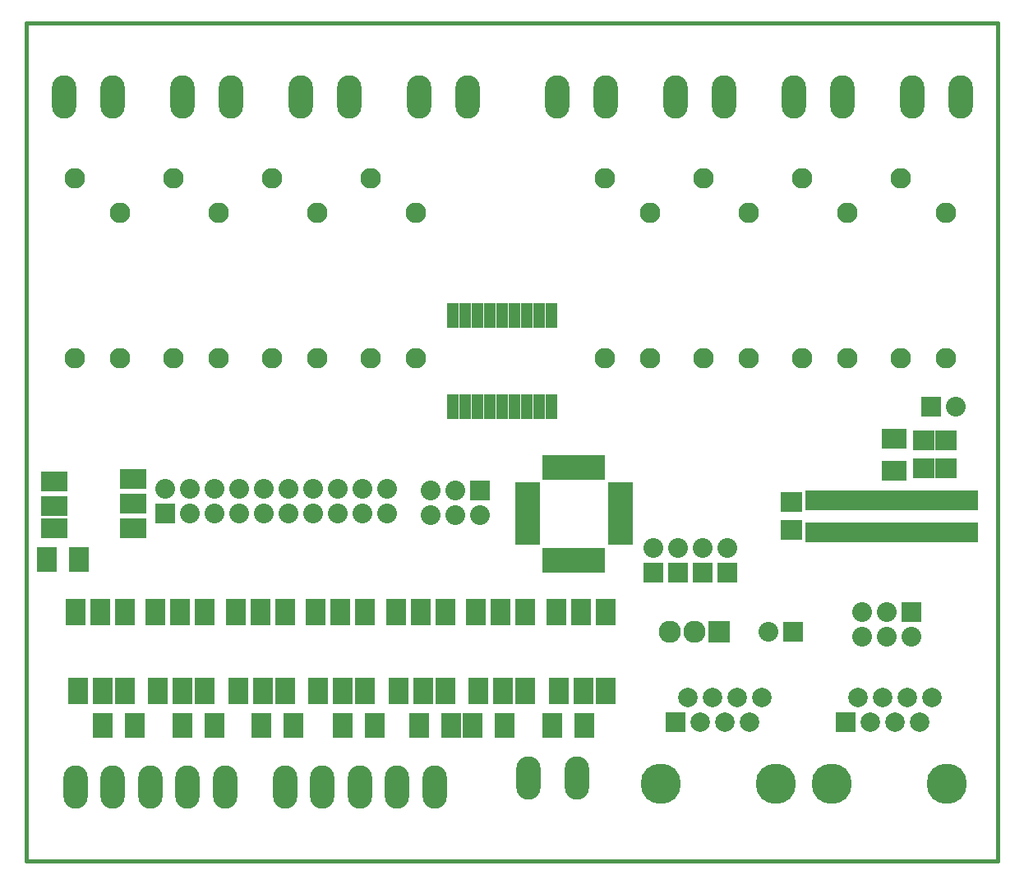
<source format=gts>
G04 (created by PCBNEW (2012-nov-02)-testing) date mer. 17 avril 2013 15:57:01 CEST*
%MOIN*%
G04 Gerber Fmt 3.4, Leading zero omitted, Abs format*
%FSLAX34Y34*%
G01*
G70*
G90*
G04 APERTURE LIST*
%ADD10C,2.3622e-06*%
%ADD11C,0.015*%
%ADD12R,0.05X0.0987402*%
%ADD13R,0.08X0.08*%
%ADD14C,0.08*%
%ADD15R,0.0987X0.0377*%
%ADD16R,0.0377X0.0987*%
%ADD17O,0.098X0.176*%
%ADD18R,0.082X0.11*%
%ADD19C,0.083*%
%ADD20R,0.0909X0.0829*%
%ADD21C,0.1637*%
%ADD22R,0.0791X0.0791*%
%ADD23C,0.0791*%
%ADD24R,0.08X0.1*%
%ADD25R,0.1X0.08*%
%ADD26R,0.11X0.082*%
%ADD27C,0.09*%
%ADD28R,0.09X0.09*%
G04 APERTURE END LIST*
G54D10*
G54D11*
X71500Y-62000D02*
X110900Y-62000D01*
X71500Y-28000D02*
X110900Y-28000D01*
X110900Y-28000D02*
X110800Y-28000D01*
X110900Y-62000D02*
X110900Y-28000D01*
X71500Y-62000D02*
X71500Y-28000D01*
G54D12*
X88800Y-43550D03*
X89300Y-43550D03*
X89800Y-43550D03*
X90300Y-43550D03*
X90800Y-43550D03*
X91300Y-43550D03*
X91800Y-43550D03*
X92300Y-43550D03*
X92800Y-43550D03*
X92800Y-39850D03*
X92300Y-39850D03*
X91800Y-39850D03*
X88800Y-39849D03*
X89300Y-39850D03*
X89800Y-39850D03*
X90300Y-39850D03*
X90800Y-39850D03*
X91300Y-39850D03*
G54D13*
X77150Y-47900D03*
G54D14*
X77150Y-46900D03*
X78150Y-47900D03*
X78150Y-46900D03*
X79150Y-47900D03*
X79150Y-46900D03*
X80150Y-47900D03*
X80150Y-46900D03*
X81150Y-47900D03*
X81150Y-46900D03*
X82150Y-47900D03*
X82150Y-46900D03*
X83150Y-47900D03*
X83150Y-46900D03*
X84150Y-47900D03*
X84150Y-46900D03*
X85150Y-47900D03*
X85150Y-46900D03*
X86150Y-47900D03*
X86150Y-46900D03*
G54D13*
X102600Y-52700D03*
G54D14*
X101600Y-52700D03*
G54D15*
X95596Y-46807D03*
X95596Y-47122D03*
X95596Y-47437D03*
X95596Y-47752D03*
X95596Y-48067D03*
X95596Y-48382D03*
X95596Y-48697D03*
X95596Y-49012D03*
X91830Y-49010D03*
X91830Y-46800D03*
X91830Y-47120D03*
X91830Y-47440D03*
X91830Y-47750D03*
X91830Y-48070D03*
X91830Y-48380D03*
X91830Y-48700D03*
G54D16*
X94812Y-49800D03*
X94498Y-49800D03*
X94182Y-49800D03*
X93868Y-49800D03*
X93552Y-49800D03*
X93238Y-49800D03*
X92922Y-49800D03*
X92608Y-49800D03*
X94810Y-46020D03*
X94500Y-46020D03*
X94180Y-46020D03*
X93870Y-46020D03*
X93560Y-46020D03*
X93240Y-46020D03*
X92920Y-46020D03*
X92600Y-46020D03*
G54D17*
X91860Y-58625D03*
X93830Y-58625D03*
G54D18*
X89850Y-55100D03*
X90850Y-55100D03*
X91750Y-55100D03*
X91750Y-51900D03*
X90750Y-51900D03*
X89750Y-51900D03*
X93100Y-55100D03*
X94100Y-55100D03*
X95000Y-55100D03*
X95000Y-51900D03*
X94000Y-51900D03*
X93000Y-51900D03*
X86600Y-55100D03*
X87600Y-55100D03*
X88500Y-55100D03*
X88500Y-51900D03*
X87500Y-51900D03*
X86500Y-51900D03*
X83350Y-55100D03*
X84350Y-55100D03*
X85250Y-55100D03*
X85250Y-51900D03*
X84250Y-51900D03*
X83250Y-51900D03*
X80100Y-55100D03*
X81100Y-55100D03*
X82000Y-55100D03*
X82000Y-51900D03*
X81000Y-51900D03*
X80000Y-51900D03*
X76850Y-55100D03*
X77850Y-55100D03*
X78750Y-55100D03*
X78750Y-51900D03*
X77750Y-51900D03*
X76750Y-51900D03*
X73600Y-55100D03*
X74600Y-55100D03*
X75500Y-55100D03*
X75500Y-51900D03*
X74500Y-51900D03*
X73500Y-51900D03*
G54D17*
X82000Y-59000D03*
X83515Y-59000D03*
X85031Y-59000D03*
X86547Y-59000D03*
X88062Y-59000D03*
X73500Y-59000D03*
X75015Y-59000D03*
X76531Y-59000D03*
X78047Y-59000D03*
X79562Y-59000D03*
G54D19*
X98953Y-41587D03*
X100803Y-41587D03*
X100803Y-35681D03*
X98953Y-34303D03*
X85453Y-41587D03*
X87303Y-41587D03*
X87303Y-35681D03*
X85453Y-34303D03*
X102953Y-41587D03*
X104803Y-41587D03*
X104803Y-35681D03*
X102953Y-34303D03*
X81453Y-41587D03*
X83303Y-41587D03*
X83303Y-35681D03*
X81453Y-34303D03*
X106953Y-41587D03*
X108803Y-41587D03*
X108803Y-35681D03*
X106953Y-34303D03*
X77453Y-41587D03*
X79303Y-41587D03*
X79303Y-35681D03*
X77453Y-34303D03*
X73453Y-41587D03*
X75303Y-41587D03*
X75303Y-35681D03*
X73453Y-34303D03*
X94953Y-41587D03*
X96803Y-41587D03*
X96803Y-35681D03*
X94953Y-34303D03*
G54D13*
X107400Y-51900D03*
G54D14*
X107400Y-52900D03*
X106400Y-51900D03*
X106400Y-52900D03*
X105400Y-51900D03*
X105400Y-52900D03*
G54D20*
X108800Y-46059D03*
X108800Y-44941D03*
X107900Y-46059D03*
X107900Y-44941D03*
X102550Y-48559D03*
X102550Y-47441D03*
G54D17*
X89390Y-31000D03*
X87420Y-31000D03*
X84590Y-31000D03*
X82620Y-31000D03*
X79790Y-31000D03*
X77820Y-31000D03*
X94990Y-31000D03*
X93020Y-31000D03*
X74990Y-31000D03*
X73020Y-31000D03*
X99790Y-31000D03*
X97820Y-31000D03*
X109390Y-31000D03*
X107420Y-31000D03*
X104590Y-31000D03*
X102620Y-31000D03*
G54D13*
X99950Y-50300D03*
G54D14*
X99950Y-49300D03*
G54D13*
X98950Y-50300D03*
G54D14*
X98950Y-49300D03*
G54D13*
X96950Y-50300D03*
G54D14*
X96950Y-49300D03*
G54D13*
X108200Y-43550D03*
G54D14*
X109200Y-43550D03*
G54D13*
X97950Y-50300D03*
G54D14*
X97950Y-49300D03*
G54D21*
X101913Y-58875D03*
X97240Y-58875D03*
G54D22*
X97825Y-56375D03*
G54D23*
X98325Y-55375D03*
X98825Y-56375D03*
X99325Y-55375D03*
X99825Y-56375D03*
X100325Y-55375D03*
X100825Y-56375D03*
X101325Y-55375D03*
G54D21*
X108838Y-58875D03*
X104165Y-58875D03*
G54D22*
X104750Y-56375D03*
G54D23*
X105250Y-55375D03*
X105750Y-56375D03*
X106250Y-55375D03*
X106750Y-56375D03*
X107250Y-55375D03*
X107750Y-56375D03*
X108250Y-55375D03*
G54D24*
X84350Y-56500D03*
X85650Y-56500D03*
G54D25*
X104600Y-48650D03*
X104600Y-47350D03*
X103600Y-48650D03*
X103600Y-47350D03*
X108600Y-48650D03*
X108600Y-47350D03*
X107600Y-48650D03*
X107600Y-47350D03*
X106700Y-44850D03*
X106700Y-46150D03*
G54D24*
X77850Y-56500D03*
X79150Y-56500D03*
G54D25*
X109600Y-48650D03*
X109600Y-47350D03*
G54D24*
X74600Y-56500D03*
X75900Y-56500D03*
X81050Y-56500D03*
X82350Y-56500D03*
X94150Y-56500D03*
X92850Y-56500D03*
X87450Y-56500D03*
X88750Y-56500D03*
X90900Y-56500D03*
X89600Y-56500D03*
G54D13*
X89900Y-46950D03*
G54D14*
X89900Y-47950D03*
X88900Y-46950D03*
X88900Y-47950D03*
X87900Y-46950D03*
X87900Y-47950D03*
G54D26*
X72650Y-46600D03*
X72650Y-47600D03*
X72650Y-48500D03*
X75850Y-48500D03*
X75850Y-47500D03*
X75850Y-46500D03*
G54D24*
X73650Y-49750D03*
X72350Y-49750D03*
G54D27*
X97600Y-52700D03*
X98600Y-52700D03*
G54D28*
X99600Y-52700D03*
G54D25*
X106600Y-47350D03*
X106600Y-48650D03*
X105600Y-47350D03*
X105600Y-48650D03*
M02*

</source>
